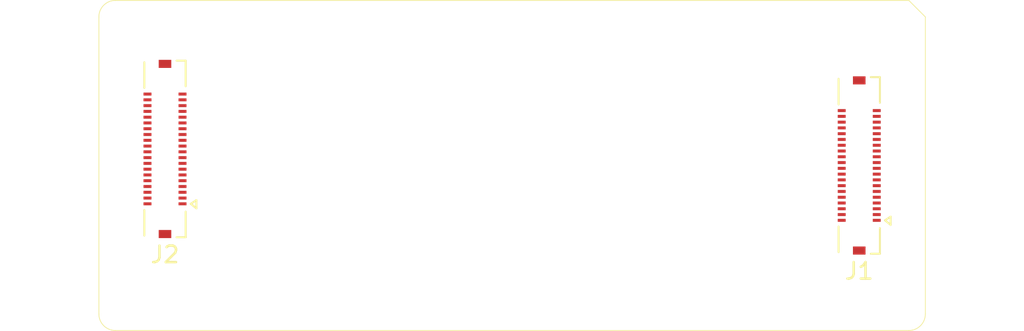
<source format=kicad_pcb>
(kicad_pcb (version 20240108) (generator "pcbnew") (generator_version "8.0")
  (layers (0 "F.Cu" signal) (31 "B.Cu" signal) (34 "B.Paste" user) (35 "F.Paste" user) (36 "B.SilkS" user "B.Silkscreen") (37 "F.SilkS" user "F.Silkscreen") (38 "B.Mask" user) (39 "F.Mask" user) (44 "Edge.Cuts" user))
  (net 0 "")
  (net 1 "AD8")
  (net 2 "AD1")
  (net 3 "~{RD}")
  (net 4 "~{CS1}")
  (net 5 "AD11")
  (net 6 "AD10")
  (net 7 "IRQ{slash}DREQ")
  (net 8 "A23")
  (net 9 "AD15")
  (net 10 "SI")
  (net 11 "GND")
  (net 12 "AD13")
  (net 13 "A21")
  (net 14 "A16")
  (net 15 "SC")
  (net 16 "IN35")
  (net 17 "SD")
  (net 18 "RESET")
  (net 19 "SO")
  (net 20 "AD14")
  (net 21 "AD6")
  (net 22 "A22")
  (net 23 "AD9")
  (net 24 "AD12")
  (net 25 "~{CS2}")
  (net 26 "PHI")
  (net 27 "AD4")
  (net 28 "AD7")
  (net 29 "~{WR}")
  (net 30 "A20")
  (net 31 "A19")
  (net 32 "A17")
  (net 33 "AD0")
  (net 34 "+3V3")
  (net 35 "AD2")
  (net 36 "AD3")
  (net 37 "A18")
  (net 38 "AD5")
  (net 39 "LDG3")
  (net 40 "LDG1")
  (net 41 "SPS")
  (net 42 "LDG5")
  (net 43 "S01")
  (net 44 "P4")
  (net 45 "LDB2")
  (net 46 "MOD")
  (net 47 "REVC")
  (net 48 "P8")
  (net 49 "PS")
  (net 50 "LDR3")
  (net 51 "LDR4")
  (net 52 "P2")
  (net 53 "P3")
  (net 54 "LDB4")
  (net 55 "SPL")
  (net 56 "S02")
  (net 57 "P6")
  (net 58 "+5V")
  (net 59 "LDR1")
  (net 60 "P7")
  (net 61 "LDG4")
  (net 62 "LDR5")
  (net 63 "LDB5")
  (net 64 "P0")
  (net 65 "P1")
  (net 66 "+2V5")
  (net 67 "CLS")
  (net 68 "DCK")
  (net 69 "LDB1")
  (net 70 "P5")
  (net 71 "LDR2")
  (net 72 "P9")
  (net 73 "LP")
  (net 74 "LDB3")
  (net 75 "R10")
  (net 76 "LDG2")
  (footprint "Connector_Hirose:Hirose_BM24_BM24-40DS-2-0.35V_2x20_P0.35mm_PowerPin2_Vertical" (layer "F.Cu") (at 154 115 180)
    (property "Reference" "J1" (at 0 -6.399999 360) (layer "F.SilkS"))
    (property "Value" "BM24-40DS_2-0.35V_53_")
    (fp_line (start 1.25 3.700001) (end 1.25 5.25) (stroke (width 0.12)) (layer "F.SilkS"))
    (fp_line (start 1.25 -5.25) (end 1.25 -3.700001) (stroke (width 0.12)) (layer "F.SilkS"))
    (fp_line (start -1.25 5.35) (end -0.7 5.35) (stroke (width 0.12)) (layer "F.SilkS"))
    (fp_line (start -1.25 5.35) (end -1.25 3.8) (stroke (width 0.12)) (layer "F.SilkS"))
    (fp_line (start -1.25 -5.35) (end -0.7 -5.35) (stroke (width 0.12)) (layer "F.SilkS"))
    (fp_line (start -1.25 -5.35) (end -1.25 -3.8) (stroke (width 0.12)) (layer "F.SilkS"))
    (fp_line (start -1.560001 -3.325) (end -1.9 -3.1) (stroke (width 0.12)) (layer "F.SilkS"))
    (fp_line (start -1.899999 -3.6) (end -1.560001 -3.325) (stroke (width 0.12)) (layer "F.SilkS"))
    (fp_line (start -1.9 -3.1) (end -1.899999 -3.6) (stroke (width 0.12)) (layer "F.SilkS"))
    (pad "1" smd rect (at -1.06 -3.325 270) (size 0.18 0.48) (layers "F.Cu" "F.Paste" "F.Mask") (net 18 "RESET"))
    (pad "2" smd rect (at 1.06 -3.325 270) (size 0.18 0.48) (layers "F.Cu" "F.Paste" "F.Mask") (net 19 "SO"))
    (pad "3" smd rect (at -1.06 -2.975 270) (size 0.18 0.48) (layers "F.Cu" "F.Paste" "F.Mask") (net 11 "GND"))
    (pad "4" smd rect (at 1.06 -2.975 270) (size 0.18 0.48) (layers "F.Cu" "F.Paste" "F.Mask") (net 10 "SI"))
    (pad "5" smd rect (at -1.06 -2.625 270) (size 0.18 0.48) (layers "F.Cu" "F.Paste" "F.Mask") (net 11 "GND"))
    (pad "6" smd rect (at 1.06 -2.625 270) (size 0.18 0.48) (layers "F.Cu" "F.Paste" "F.Mask") (net 17 "SD"))
    (pad "7" smd rect (at -1.06 -2.275 270) (size 0.18 0.48) (layers "F.Cu" "F.Paste" "F.Mask") (net 11 "GND"))
    (pad "8" smd rect (at 1.06 -2.275 270) (size 0.18 0.48) (layers "F.Cu" "F.Paste" "F.Mask") (net 15 "SC"))
    (pad "9" smd rect (at -1.06 -1.925 270) (size 0.18 0.48) (layers "F.Cu" "F.Paste" "F.Mask") (net 11 "GND"))
    (pad "10" smd rect (at 1.06 -1.925 270) (size 0.18 0.48) (layers "F.Cu" "F.Paste" "F.Mask") (net 16 "IN35"))
    (pad "11" smd rect (at -1.06 -1.575 270) (size 0.18 0.48) (layers "F.Cu" "F.Paste" "F.Mask") (net 7 "IRQ{slash}DREQ"))
    (pad "12" smd rect (at 1.06 -1.575 270) (size 0.18 0.48) (layers "F.Cu" "F.Paste" "F.Mask") (net 26 "PHI"))
    (pad "13" smd rect (at -1.06 -1.225 270) (size 0.18 0.48) (layers "F.Cu" "F.Paste" "F.Mask") (net 25 "~{CS2}"))
    (pad "14" smd rect (at 1.06 -1.225 270) (size 0.18 0.48) (layers "F.Cu" "F.Paste" "F.Mask") (net 29 "~{WR}"))
    (pad "15" smd rect (at -1.06 -0.875 270) (size 0.18 0.48) (layers "F.Cu" "F.Paste" "F.Mask") (net 8 "A23"))
    (pad "16" smd rect (at 1.06 -0.875 270) (size 0.18 0.48) (layers "F.Cu" "F.Paste" "F.Mask") (net 3 "~{RD}"))
    (pad "17" smd rect (at -1.06 -0.525 270) (size 0.18 0.48) (layers "F.Cu" "F.Paste" "F.Mask") (net 22 "A22"))
    (pad "18" smd rect (at 1.06 -0.525 270) (size 0.18 0.48) (layers "F.Cu" "F.Paste" "F.Mask") (net 4 "~{CS1}"))
    (pad "19" smd rect (at -1.06 -0.175 270) (size 0.18 0.48) (layers "F.Cu" "F.Paste" "F.Mask") (net 13 "A21"))
    (pad "20" smd rect (at 1.06 -0.175 270) (size 0.18 0.48) (layers "F.Cu" "F.Paste" "F.Mask") (net 33 "AD0"))
    (pad "21" smd rect (at -1.06 0.175 270) (size 0.18 0.48) (layers "F.Cu" "F.Paste" "F.Mask") (net 30 "A20"))
    (pad "22" smd rect (at 1.06 0.175 270) (size 0.18 0.48) (layers "F.Cu" "F.Paste" "F.Mask") (net 2 "AD1"))
    (pad "23" smd rect (at -1.06 0.525 270) (size 0.18 0.48) (layers "F.Cu" "F.Paste" "F.Mask") (net 31 "A19"))
    (pad "24" smd rect (at 1.06 0.525 270) (size 0.18 0.48) (layers "F.Cu" "F.Paste" "F.Mask") (net 35 "AD2"))
    (pad "25" smd rect (at -1.06 0.875 270) (size 0.18 0.48) (layers "F.Cu" "F.Paste" "F.Mask") (net 37 "A18"))
    (pad "26" smd rect (at 1.06 0.875 270) (size 0.18 0.48) (layers "F.Cu" "F.Paste" "F.Mask") (net 36 "AD3"))
    (pad "27" smd rect (at -1.06 1.225 270) (size 0.18 0.48) (layers "F.Cu" "F.Paste" "F.Mask") (net 32 "A17"))
    (pad "28" smd rect (at 1.06 1.225 270) (size 0.18 0.48) (layers "F.Cu" "F.Paste" "F.Mask") (net 27 "AD4"))
    (pad "29" smd rect (at -1.06 1.575 270) (size 0.18 0.48) (layers "F.Cu" "F.Paste" "F.Mask") (net 14 "A16"))
    (pad "30" smd rect (at 1.06 1.575 270) (size 0.18 0.48) (layers "F.Cu" "F.Paste" "F.Mask") (net 38 "AD5"))
    (pad "31" smd rect (at -1.06 1.925 270) (size 0.18 0.48) (layers "F.Cu" "F.Paste" "F.Mask") (net 9 "AD15"))
    (pad "32" smd rect (at 1.06 1.925 270) (size 0.18 0.48) (layers "F.Cu" "F.Paste" "F.Mask") (net 21 "AD6"))
    (pad "33" smd rect (at -1.06 2.275 270) (size 0.18 0.48) (layers "F.Cu" "F.Paste" "F.Mask") (net 20 "AD14"))
    (pad "34" smd rect (at 1.06 2.275 270) (size 0.18 0.48) (layers "F.Cu" "F.Paste" "F.Mask") (net 28 "AD7"))
    (pad "35" smd rect (at -1.06 2.625 270) (size 0.18 0.48) (layers "F.Cu" "F.Paste" "F.Mask") (net 12 "AD13"))
    (pad "36" smd rect (at 1.06 2.625 270) (size 0.18 0.48) (layers "F.Cu" "F.Paste" "F.Mask") (net 1 "AD8"))
    (pad "37" smd rect (at -1.06 2.975 270) (size 0.18 0.48) (layers "F.Cu" "F.Paste" "F.Mask") (net 24 "AD12"))
    (pad "38" smd rect (at 1.06 2.975 270) (size 0.18 0.48) (layers "F.Cu" "F.Paste" "F.Mask") (net 23 "AD9"))
    (pad "39" smd rect (at -1.06 3.325 270) (size 0.18 0.48) (layers "F.Cu" "F.Paste" "F.Mask") (net 5 "AD11"))
    (pad "40" smd rect (at 1.06 3.325 270) (size 0.18 0.48) (layers "F.Cu" "F.Paste" "F.Mask") (net 6 "AD10"))
    (pad "41" smd rect (at 0 -5.154999 270) (size 0.49 0.76) (layers "F.Cu" "F.Paste" "F.Mask") (net 16 "IN35"))
    (pad "42" smd rect (at 0 5.154999 270) (size 0.49 0.76) (layers "F.Cu" "F.Paste" "F.Mask") (net 34 "+3V3"))
  )
  (footprint "Connector_Hirose:Hirose_BM24_BM24-40DS-2-0.35V_2x20_P0.35mm_PowerPin2_Vertical" (layer "F.Cu") (at 112 114 180)
    (property "Reference" "J2" (at 0 -6.399999 360) (layer "F.SilkS"))
    (property "Value" "BM24-40DS_2-0.35V_53_")
    (fp_line (start 1.25 3.700001) (end 1.25 5.25) (stroke (width 0.12)) (layer "F.SilkS"))
    (fp_line (start 1.25 -5.25) (end 1.25 -3.700001) (stroke (width 0.12)) (layer "F.SilkS"))
    (fp_line (start -1.25 5.35) (end -0.7 5.35) (stroke (width 0.12)) (layer "F.SilkS"))
    (fp_line (start -1.25 5.35) (end -1.25 3.8) (stroke (width 0.12)) (layer "F.SilkS"))
    (fp_line (start -1.25 -5.35) (end -0.7 -5.35) (stroke (width 0.12)) (layer "F.SilkS"))
    (fp_line (start -1.25 -5.35) (end -1.25 -3.8) (stroke (width 0.12)) (layer "F.SilkS"))
    (fp_line (start -1.560001 -3.325) (end -1.9 -3.1) (stroke (width 0.12)) (layer "F.SilkS"))
    (fp_line (start -1.899999 -3.6) (end -1.560001 -3.325) (stroke (width 0.12)) (layer "F.SilkS"))
    (fp_line (start -1.9 -3.1) (end -1.899999 -3.6) (stroke (width 0.12)) (layer "F.SilkS"))
    (pad "1" smd rect (at -1.06 -3.325 270) (size 0.18 0.48) (layers "F.Cu" "F.Paste" "F.Mask") (net 50 "LDR3"))
    (pad "2" smd rect (at 1.06 -3.325 270) (size 0.18 0.48) (layers "F.Cu" "F.Paste" "F.Mask") (net 51 "LDR4"))
    (pad "3" smd rect (at -1.06 -2.975 270) (size 0.18 0.48) (layers "F.Cu" "F.Paste" "F.Mask") (net 71 "LDR2"))
    (pad "4" smd rect (at 1.06 -2.975 270) (size 0.18 0.48) (layers "F.Cu" "F.Paste" "F.Mask") (net 62 "LDR5"))
    (pad "5" smd rect (at -1.06 -2.625 270) (size 0.18 0.48) (layers "F.Cu" "F.Paste" "F.Mask") (net 59 "LDR1"))
    (pad "6" smd rect (at 1.06 -2.625 270) (size 0.18 0.48) (layers "F.Cu" "F.Paste" "F.Mask") (net 49 "PS"))
    (pad "7" smd rect (at -1.06 -2.275 270) (size 0.18 0.48) (layers "F.Cu" "F.Paste" "F.Mask") (net 42 "LDG5"))
    (pad "8" smd rect (at 1.06 -2.275 270) (size 0.18 0.48) (layers "F.Cu" "F.Paste" "F.Mask") (net 73 "LP"))
    (pad "9" smd rect (at -1.06 -1.925 270) (size 0.18 0.48) (layers "F.Cu" "F.Paste" "F.Mask") (net 61 "LDG4"))
    (pad "10" smd rect (at 1.06 -1.925 270) (size 0.18 0.48) (layers "F.Cu" "F.Paste" "F.Mask") (net 68 "DCK"))
    (pad "11" smd rect (at -1.06 -1.575 270) (size 0.18 0.48) (layers "F.Cu" "F.Paste" "F.Mask") (net 39 "LDG3"))
    (pad "12" smd rect (at 1.06 -1.575 270) (size 0.18 0.48) (layers "F.Cu" "F.Paste" "F.Mask") (net 75 "R10"))
    (pad "13" smd rect (at -1.06 -1.225 270) (size 0.18 0.48) (layers "F.Cu" "F.Paste" "F.Mask") (net 76 "LDG2"))
    (pad "14" smd rect (at 1.06 -1.225 270) (size 0.18 0.48) (layers "F.Cu" "F.Paste" "F.Mask") (net 72 "P9"))
    (pad "15" smd rect (at -1.06 -0.875 270) (size 0.18 0.48) (layers "F.Cu" "F.Paste" "F.Mask") (net 40 "LDG1"))
    (pad "16" smd rect (at 1.06 -0.875 270) (size 0.18 0.48) (layers "F.Cu" "F.Paste" "F.Mask") (net 48 "P8"))
    (pad "17" smd rect (at -1.06 -0.525 270) (size 0.18 0.48) (layers "F.Cu" "F.Paste" "F.Mask") (net 63 "LDB5"))
    (pad "18" smd rect (at 1.06 -0.525 270) (size 0.18 0.48) (layers "F.Cu" "F.Paste" "F.Mask") (net 64 "P0"))
    (pad "19" smd rect (at -1.06 -0.175 270) (size 0.18 0.48) (layers "F.Cu" "F.Paste" "F.Mask") (net 54 "LDB4"))
    (pad "20" smd rect (at 1.06 -0.175 270) (size 0.18 0.48) (layers "F.Cu" "F.Paste" "F.Mask") (net 65 "P1"))
    (pad "21" smd rect (at -1.06 0.175 270) (size 0.18 0.48) (layers "F.Cu" "F.Paste" "F.Mask") (net 74 "LDB3"))
    (pad "22" smd rect (at 1.06 0.175 270) (size 0.18 0.48) (layers "F.Cu" "F.Paste" "F.Mask") (net 53 "P3"))
    (pad "23" smd rect (at -1.06 0.525 270) (size 0.18 0.48) (layers "F.Cu" "F.Paste" "F.Mask") (net 45 "LDB2"))
    (pad "24" smd rect (at 1.06 0.525 270) (size 0.18 0.48) (layers "F.Cu" "F.Paste" "F.Mask") (net 52 "P2"))
    (pad "25" smd rect (at -1.06 0.875 270) (size 0.18 0.48) (layers "F.Cu" "F.Paste" "F.Mask") (net 69 "LDB1"))
    (pad "26" smd rect (at 1.06 0.875 270) (size 0.18 0.48) (layers "F.Cu" "F.Paste" "F.Mask") (net 44 "P4"))
    (pad "27" smd rect (at -1.06 1.225 270) (size 0.18 0.48) (layers "F.Cu" "F.Paste" "F.Mask") (net 55 "SPL"))
    (pad "28" smd rect (at 1.06 1.225 270) (size 0.18 0.48) (layers "F.Cu" "F.Paste" "F.Mask") (net 60 "P7"))
    (pad "29" smd rect (at -1.06 1.575 270) (size 0.18 0.48) (layers "F.Cu" "F.Paste" "F.Mask") (net 67 "CLS"))
    (pad "30" smd rect (at 1.06 1.575 270) (size 0.18 0.48) (layers "F.Cu" "F.Paste" "F.Mask") (net 57 "P6"))
    (pad "31" smd rect (at -1.06 1.925 270) (size 0.18 0.48) (layers "F.Cu" "F.Paste" "F.Mask") (net 41 "SPS"))
    (pad "32" smd rect (at 1.06 1.925 270) (size 0.18 0.48) (layers "F.Cu" "F.Paste" "F.Mask") (net 70 "P5"))
    (pad "33" smd rect (at -1.06 2.275 270) (size 0.18 0.48) (layers "F.Cu" "F.Paste" "F.Mask") (net 46 "MOD"))
    (pad "34" smd rect (at 1.06 2.275 270) (size 0.18 0.48) (layers "F.Cu" "F.Paste" "F.Mask") (net 11 "GND"))
    (pad "35" smd rect (at -1.06 2.625 270) (size 0.18 0.48) (layers "F.Cu" "F.Paste" "F.Mask") (net 47 "REVC"))
    (pad "36" smd rect (at 1.06 2.625 270) (size 0.18 0.48) (layers "F.Cu" "F.Paste" "F.Mask") (net 11 "GND"))
    (pad "37" smd rect (at -1.06 2.975 270) (size 0.18 0.48) (layers "F.Cu" "F.Paste" "F.Mask") (net 43 "S01"))
    (pad "38" smd rect (at 1.06 2.975 270) (size 0.18 0.48) (layers "F.Cu" "F.Paste" "F.Mask") (net 11 "GND"))
    (pad "39" smd rect (at -1.06 3.325 270) (size 0.18 0.48) (layers "F.Cu" "F.Paste" "F.Mask") (net 56 "S02"))
    (pad "40" smd rect (at 1.06 3.325 270) (size 0.18 0.48) (layers "F.Cu" "F.Paste" "F.Mask") (net 11 "GND"))
    (pad "41" smd rect (at 0 -5.154999 270) (size 0.49 0.76) (layers "F.Cu" "F.Paste" "F.Mask") (net 66 "+2V5"))
    (pad "42" smd rect (at 0 5.154999 270) (size 0.49 0.76) (layers "F.Cu" "F.Paste" "F.Mask") (net 58 "+5V"))
  )
  (gr_line (start 108 106) (end 108 124) (stroke (width 0.05)) (layer "F.SilkS"))
  (gr_line (start 158 106) (end 158 124) (stroke (width 0.05)) (layer "F.SilkS"))
  (gr_line (start 157 105) (end 109 105) (stroke (width 0.05)) (layer "F.SilkS"))
  (gr_line (start 157.000003 124.999998) (end 109 124.999999) (stroke (width 0.05)) (layer "F.SilkS"))
  (gr_line (start 157 105) (end 158 106) (stroke (width 0.05)) (layer "F.SilkS"))
  (gr_arc (start 158.000001 124) (mid 157.707105 124.707102) (end 157.000003 125) (stroke (width 0.05)) (layer "F.SilkS"))
  (gr_arc (start 109 124.999999) (mid 108.292893 124.707106) (end 108 124) (stroke (width 0.05)) (layer "F.SilkS"))
  (gr_arc (start 108 106) (mid 108.292893 105.292893) (end 109 105) (stroke (width 0.05)) (layer "F.SilkS"))
)
</source>
